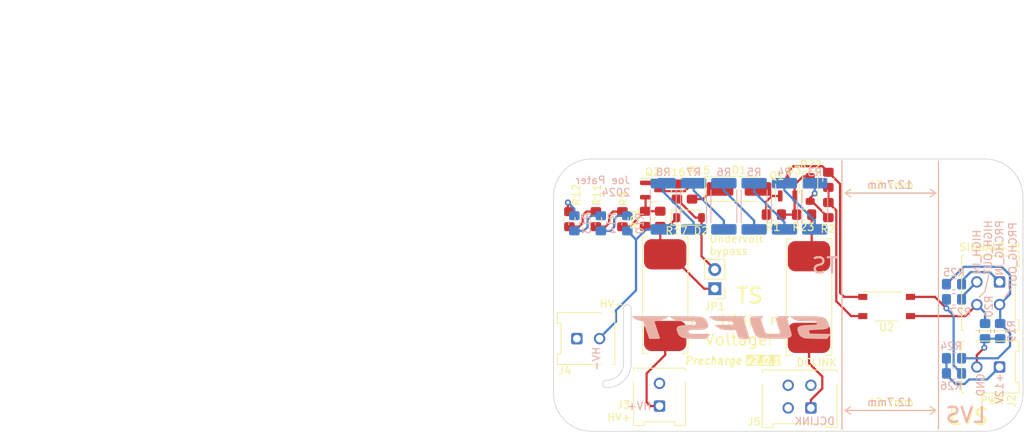
<source format=kicad_pcb>
(kicad_pcb (version 20221018) (generator pcbnew)
  (title_block (title "Precharge") (date "2024-03-21") (rev "v2.0.1") (company "SUFST - Southampton University Formula Student Team") (comment 1 "STAG X") (comment 2 "Joe Pater"))
  (layers (0 "F.Cu" signal) (31 "B.Cu" signal) (34 "B.Paste" user) (35 "F.Paste" user) (36 "B.SilkS" user "B.Silkscreen") (37 "F.SilkS" user "F.Silkscreen") (38 "B.Mask" user) (39 "F.Mask" user) (44 "Edge.Cuts" user))
  (net 0 "")
  (net 1 "Net-(D1-K)")
  (net 2 "Net-(D1-A)")
  (net 3 "Net-(D2-K)")
  (net 4 "Net-(D2-A)")
  (net 5 "Net-(D3-K)")
  (net 6 "Net-(D3-A)")
  (net 7 "/CLOSE_PRECHARGE_IN")
  (net 8 "/CLOSE_PRECHARGE_OUT")
  (net 9 "/CLOSE_HIGH_AIR_IN")
  (net 10 "/CLOSE_HIGH_AIR_OUT")
  (net 11 "+12V")
  (net 12 "GND")
  (net 15 "Net-(J4-Pin_2)")
  (net 19 "Net-(Q1-C)")
  (net 20 "Net-(Q2-B)")
  (net 21 "Net-(Q2-E)")
  (net 22 "Net-(Q2-C)")
  (net 23 "Net-(R2-Pad1)")
  (net 24 "Net-(R3-Pad2)")
  (net 25 "Net-(R4-Pad1)")
  (net 26 "Net-(R5-Pad2)")
  (net 27 "Net-(R6-Pad1)")
  (net 28 "Net-(R7-Pad2)")
  (net 29 "Net-(R11-Pad2)")
  (net 30 "Net-(R10-Pad2)")
  (net 31 "Net-(R11-Pad1)")
  (net 32 "Net-(R12-Pad2)")
  (net 33 "Net-(R13-Pad1)")
  (net 34 "Net-(R26-Pad1)")
  (net 35 "Net-(J3-Pin_1)")
  (net 36 "Net-(J5-Pin_1)")
  (net 37 "Net-(F2-Pad2)")
  (footprint "Connector_PinHeader_2.54mm:PinHeader_1x02_P2.54mm_Vertical" (layer "F.Cu") (at 111.8 89.4 180)
    (fp_text reference "JP1" (at 0 -2.33) (layer "F.SilkS"))
    (fp_text value "UNDERVOLT_BYPASS")
    (pad "1" thru_hole rect (at 0 0 180) (size 1.7 1.7) (drill 1) (layers "*.Cu" "*.Mask") (net 3 "Net-(D2-K)"))
    (pad "2" thru_hole oval (at 0 2.54 180) (size 1.7 1.7) (drill 1) (layers "*.Cu" "*.Mask") (net 4 "Net-(D2-A)"))
  )
  (footprint "Resistor_SMD:R_0805_2012Metric_Pad1.20x1.40mm_HandSolder" (layer "F.Cu") (at 119.6 79.6 180)
    (fp_text reference "R1" (at 0.1 -1.65) (layer "F.SilkS"))
    (fp_text value "270k")
    (pad "1" smd roundrect (at -1 0 180) (size 1.2 1.4) (layers "F.Cu" "F.Paste" "F.Mask") (roundrect_rratio 0.2083333333) (net 5 "Net-(D3-K)"))
    (pad "2" smd roundrect (at 1 0 180) (size 1.2 1.4) (layers "F.Cu" "F.Paste" "F.Mask") (roundrect_rratio 0.2083333333) (net 2 "Net-(D1-A)"))
  )
  (footprint "Diode_SMD:D_SOD-123" (layer "F.Cu") (at 108.4 80)
    (fp_text reference "D2" (at 1.6 1.75) (layer "F.SilkS"))
    (fp_text value "MMSZ5248B")
    (pad "1" smd roundrect (at -1.65 0) (size 0.9 1.2) (layers "F.Cu" "F.Paste" "F.Mask") (net 3 "Net-(D2-K)"))
    (pad "2" smd roundrect (at 1.65 0) (size 0.9 1.2) (layers "F.Cu" "F.Paste" "F.Mask") (net 4 "Net-(D2-A)"))
  )
  (footprint "Diode_SMD:D_SMA_Handsoldering" (layer "F.Cu") (at 115 76.2)
    (fp_text reference "D1" (at 0 -2.5) (layer "F.SilkS"))
    (fp_text value "M6")
    (pad "1" smd roundrect (at -2.5 0) (size 3.5 1.8) (layers "F.Cu" "F.Paste" "F.Mask") (roundrect_rratio 0.1388888889) (net 1 "Net-(D1-K)"))
    (pad "2" smd roundrect (at 2.5 0) (size 3.5 1.8) (layers "F.Cu" "F.Paste" "F.Mask") (roundrect_rratio 0.1388888889) (net 2 "Net-(D1-A)"))
  )
  (footprint "SUFST:Molex_Micro-Fit_3.0_43045-0412_2x02_P3.00mm_Vertical" (layer "F.Cu") (at 149.415 88.5 -90)
    (fp_text reference "J1" (at -4.5 -2.085 90) (layer "F.SilkS"))
    (fp_text value "SIGNALS")
    (pad "" np_thru_hole circle (at -3 3.94 270) (size 1 1) (drill 1) (layers "*.Cu" "*.Mask"))
    (pad "" np_thru_hole circle (at 6 3.94 270) (size 1 1) (drill 1) (layers "*.Cu" "*.Mask"))
    (pad "1" thru_hole roundrect (at 0 0 270) (size 1.5 1.5) (drill 1) (layers "*.Cu" "*.Mask") (roundrect_rratio 0.1666673333) (net 7 "/CLOSE_PRECHARGE_IN"))
    (pad "2" thru_hole circle (at 3 0 270) (size 1.5 1.5) (drill 1) (layers "*.Cu" "*.Mask") (net 8 "/CLOSE_PRECHARGE_OUT"))
    (pad "3" thru_hole circle (at 0 3 270) (size 1.5 1.5) (drill 1) (layers "*.Cu" "*.Mask") (net 9 "/CLOSE_HIGH_AIR_IN"))
    (pad "4" thru_hole circle (at 3 3 270) (size 1.5 1.5) (drill 1) (layers "*.Cu" "*.Mask") (net 10 "/CLOSE_HIGH_AIR_OUT"))
  )
  (footprint "MountingHole:MountingHole_4.3mm_M4" (layer "F.Cu") (at 147.5 77.25)
    (fp_text reference "H3" hide)
    (fp_text value "MountingHole")
    (pad "" np_thru_hole circle (at 0 0) (size 4.3 4.3) (drill 4.3) (layers "*.Cu" "*.Mask"))
  )
  (footprint "SUFST:Molex_Micro-Fit_3.0_43045-0412_2x02_P3.00mm_Vertical" (layer "F.Cu") (at 124.5 105.165 180)
    (fp_text reference "J5" (at 7.5 -1.835) (layer "F.SilkS"))
    (fp_text value "DCLINK")
    (pad "" np_thru_hole circle (at -3 3.94 180) (size 1 1) (drill 1) (layers "*.Cu" "*.Mask"))
    (pad "" np_thru_hole circle (at 6 3.94 180) (size 1 1) (drill 1) (layers "*.Cu" "*.Mask"))
    (pad "1" thru_hole roundrect (at 0 0 180) (size 1.5 1.5) (drill 1) (layers "*.Cu" "*.Mask") (roundrect_rratio 0.1666673333) (net 36 "Net-(J5-Pin_1)"))
    (pad "2" thru_hole circle (at 3 0 180) (size 1.5 1.5) (drill 1) (layers "*.Cu" "*.Mask"))
    (pad "3" thru_hole circle (at 0 3 180) (size 1.5 1.5) (drill 1) (layers "*.Cu" "*.Mask"))
    (pad "4" thru_hole circle (at 3 3 180) (size 1.5 1.5) (drill 1) (layers "*.Cu" "*.Mask"))
  )
  (footprint "Resistor_SMD:R_0805_2012Metric_Pad1.20x1.40mm_HandSolder" (layer "F.Cu") (at 96.1 80.2 -90)
    (fp_text reference "R11" (at -3.2 -0.15 90) (layer "F.SilkS"))
    (fp_text value "150k")
    (pad "1" smd roundrect (at -1 0 270) (size 1.2 1.4) (layers "F.Cu" "F.Paste" "F.Mask") (roundrect_rratio 0.2083333333) (net 31 "Net-(R11-Pad1)"))
    (pad "2" smd roundrect (at 1 0 270) (size 1.2 1.4) (layers "F.Cu" "F.Paste" "F.Mask") (roundrect_rratio 0.2083333333) (net 29 "Net-(R11-Pad2)"))
  )
  (footprint "Resistor_SMD:R_0805_2012Metric_Pad1.20x1.40mm_HandSolder" (layer "F.Cu") (at 126.8 79 -90)
    (fp_text reference "R2" (at 2.5 0.05 -180) (layer "F.SilkS"))
    (fp_text value "10k")
    (pad "1" smd roundrect (at -1 0 270) (size 1.2 1.4) (layers "F.Cu" "F.Paste" "F.Mask") (roundrect_rratio 0.2083333333) (net 23 "Net-(R2-Pad1)"))
    (pad "2" smd roundrect (at 1 0 270) (size 1.2 1.4) (layers "F.Cu" "F.Paste" "F.Mask") (roundrect_rratio 0.2083333333) (net 6 "Net-(D3-A)"))
  )
  (footprint "Resistor_SMD:R_0805_2012Metric_Pad1.20x1.40mm_HandSolder" (layer "F.Cu") (at 99.6 80.2 90)
    (fp_text reference "R9" (at 2.7 0.15 90) (layer "F.SilkS"))
    (fp_text value "150k")
    (pad "1" smd roundrect (at -1 0 90) (size 1.2 1.4) (layers "F.Cu" "F.Paste" "F.Mask") (roundrect_rratio 0.2083333333) (net 21 "Net-(Q2-E)"))
    (pad "2" smd roundrect (at 1 0 90) (size 1.2 1.4) (layers "F.Cu" "F.Paste" "F.Mask") (roundrect_rratio 0.2083333333) (net 29 "Net-(R11-Pad2)"))
  )
  (footprint "MountingHole:MountingHole_4.3mm_M4" (layer "F.Cu") (at 113 103.25)
    (fp_text reference "H2" hide)
    (fp_text value "MountingHole")
    (pad "" np_thru_hole circle (at 0 0) (size 4.3 4.3) (drill 4.3) (layers "*.Cu" "*.Mask"))
  )
  (footprint "SUFST:Littelfuse-0485" (layer "F.Cu") (at 124.25 90.5 90)
    (fp_text reference "F2" (at -3.25 -4.25 unlocked) (layer "F.SilkS"))
    (fp_text value "0485001.DR ")
    (pad "1" smd roundrect (at -5.4 0 90) (size 4 5.6) (layers "F.Cu" "F.Paste" "F.Mask") (net 36 "Net-(J5-Pin_1)"))
    (pad "2" smd roundrect (at 5.4 0 90) (size 4 5.6) (layers "F.Cu" "F.Paste" "F.Mask") (net 37 "Net-(F2-Pad2)"))
  )
  (footprint "Package_SO:MFSOP6-4_4.4x3.6mm_P1.27mm" (layer "F.Cu") (at 134.5 91.75)
    (fp_text reference "U2" (at 0 2.75) (layer "F.SilkS"))
    (fp_text value "TLP175A")
    (pad "1" smd rect (at -3.15 -1.27) (size 1.2 0.8) (layers "F.Cu" "F.Paste" "F.Mask") (net 19 "Net-(Q1-C)"))
    (pad "3" smd rect (at -3.15 1.27) (size 1.2 0.8) (layers "F.Cu" "F.Paste" "F.Mask") (net 23 "Net-(R2-Pad1)"))
    (pad "4" smd rect (at 3.15 1.27) (size 1.2 0.8) (layers "F.Cu" "F.Paste" "F.Mask") (net 10 "/CLOSE_HIGH_AIR_OUT"))
    (pad "6" smd rect (at 3.15 -1.27) (size 1.2 0.8) (layers "F.Cu" "F.Paste" "F.Mask") (net 34 "Net-(R26-Pad1)"))
  )
  (footprint "Resistor_SMD:R_0805_2012Metric_Pad1.20x1.40mm_HandSolder" (layer "F.Cu") (at 123.6 79.6 180)
    (fp_text reference "R23" (at 0.1 -1.65) (layer "F.SilkS"))
    (fp_text value "100")
    (pad "1" smd roundrect (at -1 0 180) (size 1.2 1.4) (layers "F.Cu" "F.Paste" "F.Mask") (roundrect_rratio 0.2083333333) (net 37 "Net-(F2-Pad2)"))
    (pad "2" smd roundrect (at 1 0 180) (size 1.2 1.4) (layers "F.Cu" "F.Paste" "F.Mask") (roundrect_rratio 0.2083333333) (net 5 "Net-(D3-K)"))
  )
  (footprint "SUFST:Molex_Micro-Fit_3.0_43045-0212_2x01_P3.00mm_Vertical" (layer "F.Cu") (at 104.5 104.915 180)
    (fp_text reference "J3" (at 4.75 0.165) (layer "F.SilkS"))
    (fp_text value "HV+")
    (pad "" np_thru_hole circle (at -3 3.94 180) (size 1 1) (drill 1) (layers "*.Cu" "*.Mask"))
    (pad "" np_thru_hole circle (at 3 3.94 180) (size 1 1) (drill 1) (layers "*.Cu" "*.Mask"))
    (pad "1" thru_hole roundrect (at 0 0 180) (size 1.5 1.5) (drill 1) (layers "*.Cu" "*.Mask") (roundrect_rratio 0.1666673333) (net 35 "Net-(J3-Pin_1)"))
    (pad "2" thru_hole circle (at 0 3 180) (size 1.5 1.5) (drill 1) (layers "*.Cu" "*.Mask"))
  )
  (footprint "Diode_SMD:D_SOD-123" (layer "F.Cu") (at 124.4 76.2 -90)
    (fp_text reference "D3" (at -2.45 2.15 -180) (layer "F.SilkS"))
    (fp_text value "MMSZ5248B")
    (pad "1" smd roundrect (at -1.65 0 270) (size 0.9 1.2) (layers "F.Cu" "F.Paste" "F.Mask") (net 5 "Net-(D3-K)"))
    (pad "2" smd roundrect (at 1.65 0 270) (size 0.9 1.2) (layers "F.Cu" "F.Paste" "F.Mask") (net 6 "Net-(D3-A)"))
  )
  (footprint "Package_TO_SOT_SMD:SOT-23" (layer "F.Cu") (at 103.6 76.35)
    (fp_text reference "Q2" (at 0 -2.4) (layer "F.SilkS"))
    (fp_text value "BC847")
    (pad "1" smd roundrect (at -0.9375 -0.95) (size 1.475 0.6) (layers "F.Cu" "F.Paste" "F.Mask") (net 20 "Net-(Q2-B)"))
    (pad "2" smd roundrect (at -0.9375 0.95) (size 1.475 0.6) (layers "F.Cu" "F.Paste" "F.Mask") (net 21 "Net-(Q2-E)"))
    (pad "3" smd roundrect (at 0.9375 0) (size 1.475 0.6) (layers "F.Cu" "F.Paste" "F.Mask") (net 22 "Net-(Q2-C)"))
  )
  (footprint "MountingHole:MountingHole_4.3mm_M4" (layer "F.Cu") (at 96.5 87.25)
    (fp_text reference "H1" hide)
    (fp_text value "MountingHole")
    (pad "" np_thru_hole circle (at 0 0) (size 4.3 4.3) (drill 4.3) (layers "*.Cu" "*.Mask"))
  )
  (footprint "Resistor_SMD:R_0805_2012Metric_Pad1.20x1.40mm_HandSolder" (layer "F.Cu") (at 126.8 75 -90)
    (fp_text reference "R22" (at -2 2.3) (layer "F.SilkS"))
    (fp_text value "10k")
    (pad "1" smd roundrect (at -1 0 270) (size 1.2 1.4) (layers "F.Cu" "F.Paste" "F.Mask") (roundrect_rratio 0.2083333333) (net 19 "Net-(Q1-C)"))
    (pad "2" smd roundrect (at 1 0 270) (size 1.2 1.4) (layers "F.Cu" "F.Paste" "F.Mask") (roundrect_rratio 0.2083333333) (net 23 "Net-(R2-Pad1)"))
  )
  (footprint "Resistor_SMD:R_0805_2012Metric_Pad1.20x1.40mm_HandSolder" (layer "F.Cu") (at 106.8 76.55 90)
    (fp_text reference "R16" (at 2.55 -0.3 180) (layer "F.SilkS"))
    (fp_text value "100k")
    (pad "1" smd roundrect (at -1 0 90) (size 1.2 1.4) (layers "F.Cu" "F.Paste" "F.Mask") (roundrect_rratio 0.2083333333) (net 4 "Net-(D2-A)"))
    (pad "2" smd roundrect (at 1 0 90) (size 1.2 1.4) (layers "F.Cu" "F.Paste" "F.Mask") (roundrect_rratio 0.2083333333) (net 20 "Net-(Q2-B)"))
  )
  (footprint "Resistor_SMD:R_0805_2012Metric_Pad1.20x1.40mm_HandSolder" (layer "F.Cu") (at 92.6 80.2 90)
    (fp_text reference "R12" (at 3.2 0.9 90) (layer "F.SilkS"))
    (fp_text value "150k")
    (pad "1" smd roundrect (at -1 0 90) (size 1.2 1.4) (layers "F.Cu" "F.Paste" "F.Mask") (roundrect_rratio 0.2083333333) (net 31 "Net-(R11-Pad1)"))
    (pad "2" smd roundrect (at 1 0 90) (size 1.2 1.4) (layers "F.Cu" "F.Paste" "F.Mask") (roundrect_rratio 0.2083333333) (net 32 "Net-(R12-Pad2)"))
  )
  (footprint "SUFST:Littelfuse-0485" (layer "F.Cu") (at 105.25 90.25 90)
    (fp_text reference "F1" (at -3.75 4.15 unlocked) (layer "F.SilkS"))
    (fp_text value "0485001.DR ")
    (pad "1" smd roundrect (at -5.4 0 90) (size 4 5.6) (layers "F.Cu" "F.Paste" "F.Mask") (net 35 "Net-(J3-Pin_1)"))
    (pad "2" smd roundrect (at 5.4 0 90) (size 4 5.6) (layers "F.Cu" "F.Paste" "F.Mask") (net 3 "Net-(D2-K)"))
  )
  (footprint "Resistor_SMD:R_0805_2012Metric_Pad1.20x1.40mm_HandSolder" (layer "F.Cu") (at 108.8 76.55 -90)
    (fp_text reference "R15" (at -2.8 -0.95 -180) (layer "F.SilkS"))
    (fp_text value "100k")
    (pad "1" smd roundrect (at -1 0 270) (size 1.2 1.4) (layers "F.Cu" "F.Paste" "F.Mask") (roundrect_rratio 0.2083333333) (net 22 "Net-(Q2-C)"))
    (pad "2" smd roundrect (at 1 0 270) (size 1.2 1.4) (layers "F.Cu" "F.Paste" "F.Mask") (roundrect_rratio 0.2083333333) (net 1 "Net-(D1-K)"))
  )
  (footprint "Resistor_SMD:R_0805_2012Metric_Pad1.20x1.40mm_HandSolder" (layer "F.Cu") (at 102.6 80.15 90)
    (fp_text reference "R21" (at 0 -1.35 90) (layer "F.SilkS"))
    (fp_text value "47k")
    (pad "1" smd roundrect (at -1 0 90) (size 1.2 1.4) (layers "F.Cu" "F.Paste" "F.Mask") (roundrect_rratio 0.2083333333) (net 3 "Net-(D2-K)"))
    (pad "2" smd roundrect (at 1 0 90) (size 1.2 1.4) (layers "F.Cu" "F.Paste" "F.Mask") (roundrect_rratio 0.2083333333) (net 21 "Net-(Q2-E)"))
  )
  (footprint "Package_TO_SOT_SMD:SOT-23" (layer "F.Cu") (at 121.4 76.2 90)
    (fp_text reference "Q1" (at 1.7 -1.4 180) (layer "F.SilkS"))
    (fp_text value "BC856")
    (pad "1" smd roundrect (at -0.9375 -0.95 90) (size 1.475 0.6) (layers "F.Cu" "F.Paste" "F.Mask") (net 2 "Net-(D1-A)"))
    (pad "2" smd roundrect (at -0.9375 0.95 90) (size 1.475 0.6) (layers "F.Cu" "F.Paste" "F.Mask") (net 5 "Net-(D3-K)"))
    (pad "3" smd roundrect (at 0.9375 0 90) (size 1.475 0.6) (layers "F.Cu" "F.Paste" "F.Mask") (net 19 "Net-(Q1-C)"))
  )
  (footprint "SUFST:Molex_Micro-Fit_3.0_43045-0212_2x01_P3.00mm_Vertical" (layer "F.Cu") (at 149.415 99.75 -90)
    (fp_text reference "J2" (at 4.5 -1.585 90) (layer "F.SilkS"))
    (fp_text value "PWR")
    (pad "" np_thru_hole circle (at -3 3.94 270) (size 1 1) (drill 1) (layers "*.Cu" "*.Mask"))
    (pad "" np_thru_hole circle (at 3 3.94 270) (size 1 1) (drill 1) (layers "*.Cu" "*.Mask"))
    (pad "1" thru_hole roundrect (at 0 0 270) (size 1.5 1.5) (drill 1) (layers "*.Cu" "*.Mask") (roundrect_rratio 0.1666673333) (net 11 "+12V"))
    (pad "2" thru_hole circle (at 0 3 270) (size 1.5 1.5) (drill 1) (layers "*.Cu" "*.Mask") (net 12 "GND"))
  )
  (footprint "SUFST:Molex_Micro-Fit_3.0_43045-0212_2x01_P3.00mm_Vertical" (layer "F.Cu") (at 93.585 96 90)
    (fp_text reference "J4" (at -4.25 -1.585 180) (layer "F.SilkS"))
    (fp_text value "HV-")
    (pad "" np_thru_hole circle (at -3 3.94 90) (size 1 1) (drill 1) (layers "*.Cu" "*.Mask"))
    (pad "" np_thru_hole circle (at 3 3.94 90) (size 1 1) (drill 1) (layers "*.Cu" "*.Mask"))
    (pad "1" thru_hole roundrect (at 0 0 90) (size 1.5 1.5) (drill 1) (layers "*.Cu" "*.Mask") (roundrect_rratio 0.1666673333))
    (pad "2" thru_hole circle (at 0 3 90) (size 1.5 1.5) (drill 1) (layers "*.Cu" "*.Mask") (net 15 "Net-(J4-Pin_2)"))
  )
  (footprint "Resistor_SMD:R_0805_2012Metric_Pad1.20x1.40mm_HandSolder" (layer "F.Cu") (at 104.6 80.15 90)
    (fp_text reference "R17" (at -1.6 2.15 180) (layer "F.SilkS"))
    (fp_text value "47k")
    (pad "1" smd roundrect (at -1 0 90) (size 1.2 1.4) (layers "F.Cu" "F.Paste" "F.Mask") (roundrect_rratio 0.2083333333) (net 3 "Net-(D2-K)"))
    (pad "2" smd roundrect (at 1 0 90) (size 1.2 1.4) (layers "F.Cu" "F.Paste" "F.Mask") (roundrect_rratio 0.2083333333) (net 21 "Net-(Q2-E)"))
  )
  (footprint "Resistor_SMD:R_0805_2012Metric_Pad1.20x1.40mm_HandSolder" (layer "B.Cu") (at 143.4 90.8)
    (fp_text reference "R27" (at 0.85 1.7) (layer "B.SilkS") (effects (justify mirror)))
    (fp_text value "0")
    (pad "1" smd roundrect (at -1 0) (size 1.2 1.4) (layers "B.Cu" "B.Paste" "B.Mask") (roundrect_rratio 0.2083333333) (net 34 "Net-(R26-Pad1)"))
    (pad "2" smd roundrect (at 1 0) (size 1.2 1.4) (layers "B.Cu" "B.Paste" "B.Mask") (roundrect_rratio 0.2083333333) (net 9 "/CLOSE_HIGH_AIR_IN"))
  )
  (footprint "Resistor_SMD:R_2512_6332Metric_Pad1.40x3.35mm_HandSolder" (layer "B.Cu") (at 125 78.5 -90)
    (fp_text reference "R3" (at -4.5 0 -180) (layer "B.SilkS") (effects (justify mirror)))
    (fp_text value "47k")
    (pad "1" smd roundrect (at -3.05 0 270) (size 1.4 3.35) (layers "B.Cu" "B.Paste" "B.Mask") (roundrect_rratio 0.1785707143) (net 6 "Net-(D3-A)"))
    (pad "2" smd roundrect (at 3.05 0 270) (size 1.4 3.35) (layers "B.Cu" "B.Paste" "B.Mask") (roundrect_rratio 0.1785707143) (net 24 "Net-(R3-Pad2)"))
  )
  (footprint "Resistor_SMD:R_2512_6332Metric_Pad1.40x3.35mm_HandSolder" (layer "B.Cu") (at 109 78.5 -90)
    (fp_text reference "R7" (at -4.5 0 -180) (layer "B.SilkS") (effects (justify mirror)))
    (fp_text value "47k")
    (pad "1" smd roundrect (at -3.05 0 270) (size 1.4 3.35) (layers "B.Cu" "B.Paste" "B.Mask") (roundrect_rratio 0.1785707143) (net 27 "Net-(R6-Pad1)"))
    (pad "2" smd roundrect (at 3.05 0 270) (size 1.4 3.35) (layers "B.Cu" "B.Paste" "B.Mask") (roundrect_rratio 0.1785707143) (net 28 "Net-(R7-Pad2)"))
  )
  (footprint "Resistor_SMD:R_2512_6332Metric_Pad1.40x3.35mm_HandSolder" (layer "B.Cu") (at 105 78.5 90)
    (fp_text reference "R8" (at 4.5 0 180) (layer "B.SilkS") (effects (justify mirror)))
    (fp_text value "47k")
    (pad "1" smd roundrect (at -3.05 0 90) (size 1.4 3.35) (layers "B.Cu" "B.Paste" "B.Mask") (roundrect_rratio 0.1785707143) (net 15 "Net-(J4-Pin_2)"))
    (pad "2" smd roundrect (at 3.05 0 90) (size 1.4 3.35) (layers "B.Cu" "B.Paste" "B.Mask") (roundrect_rratio 0.1785707143) (net 28 "Net-(R7-Pad2)"))
  )
  (footprint "Resistor_SMD:R_0805_2012Metric_Pad1.20x1.40mm_HandSolder" (layer "B.Cu") (at 100.25 80.75 90)
    (fp_text reference "R10" (at 0 1.65 90) (layer "B.SilkS") (effects (justify mirror)))
    (fp_text value "150k")
    (pad "1" smd roundrect (at -1 0 90) (size 1.2 1.4) (layers "B.Cu" "B.Paste" "B.Mask") (roundrect_rratio 0.2083333333) (net 15 "Net-(J4-Pin_2)"))
    (pad "2" smd roundrect (at 1 0 90) (size 1.2 1.4) (layers "B.Cu" "B.Paste" "B.Mask") (roundrect_rratio 0.2083333333) (net 30 "Net-(R10-Pad2)"))
  )
  (footprint "Resistor_SMD:R_2512_6332Metric_Pad1.40x3.35mm_HandSolder" (layer "B.Cu") (at 113 78.5 90)
    (fp_text reference "R6" (at 4.5 0 180) (layer "B.SilkS") (effects (justify mirror)))
    (fp_text value "47k")
    (pad "1" smd roundrect (at -3.05 0 90) (size 1.4 3.35) (layers "B.Cu" "B.Paste" "B.Mask") (roundrect_rratio 0.1785707143) (net 27 "Net-(R6-Pad1)"))
    (pad "2" smd roundrect (at 3.05 0 90) (size 1.4 3.35) (layers "B.Cu" "B.Paste" "B.Mask") (roundrect_rratio 0.1785707143) (net 26 "Net-(R5-Pad2)"))
  )
  (footprint "Resistor_SMD:R_0805_2012Metric_Pad1.20x1.40mm_HandSolder" (layer "B.Cu") (at 96.75 80.75 -90)
    (fp_text reference "R14" (at 0 -1.5 90) (layer "B.SilkS") (effects (justify mirror)))
    (fp_text value "150k")
    (pad "1" smd roundrect (at -1 0 270) (size 1.2 1.4) (layers "B.Cu" "B.Paste" "B.Mask") (roundrect_rratio 0.2083333333) (net 33 "Net-(R13-Pad1)"))
    (pad "2" smd roundrect (at 1 0 270) (size 1.2 1.4) (layers "B.Cu" "B.Paste" "B.Mask") (roundrect_rratio 0.2083333333) (net 30 "Net-(R10-Pad2)"))
  )
  (footprint "Resistor_SMD:R_0805_2012Metric_Pad1.20x1.40mm_HandSolder" (layer "B.Cu") (at 93.25 80.75 90)
    (fp_text reference "R13" (at 0 1.65 90) (layer "B.SilkS") (effects (justify mirror)))
    (fp_text value "150k")
    (pad "1" smd roundrect (at -1 0 90) (size 1.2 1.4) (layers "B.Cu" "B.Paste" "B.Mask") (roundrect_rratio 0.2083333333) (net 33 "Net-(R13-Pad1)"))
    (pad "2" smd roundrect (at 1 0 90) (size 1.2 1.4) (layers "B.Cu" "B.Paste" "B.Mask") (roundrect_rratio 0.2083333333) (net 32 "Net-(R12-Pad2)"))
  )
  (footprint "Resistor_SMD:R_0805_2012Metric_Pad1.20x1.40mm_HandSolder" (layer "B.Cu") (at 143.4 88.8)
    (fp_text reference "R25" (at 0 -1.55) (layer "B.SilkS") (effects (justify mirror)))
    (fp_text value "0")
    (pad "1" smd roundrect (at -1 0) (size 1.2 1.4) (layers "B.Cu" "B.Paste" "B.Mask") (roundrect_rratio 0.2083333333) (net 8 "/CLOSE_PRECHARGE_OUT"))
    (pad "2" smd roundrect (at 1 0) (size 1.2 1.4) (layers "B.Cu" "B.Paste" "B.Mask") (roundrect_rratio 0.2083333333) (net 7 "/CLOSE_PRECHARGE_IN"))
  )
  (footprint "Resistor_SMD:R_0805_2012Metric_Pad1.20x1.40mm_HandSolder" (layer "B.Cu") (at 147.5 95 -90)
    (fp_text reference "R20" (at -3.25 -0.5 90) (layer "B.SilkS") (effects (justify mirror)))
    (fp_text value "10k")
    (pad "1" smd roundrect (at -1 0 270) (size 1.2 1.4) (layers "B.Cu" "B.Paste" "B.Mask") (roundrect_rratio 0.2083333333) (net 10 "/CLOSE_HIGH_AIR_OUT"))
    (pad "2" smd roundrect (at 1 0 270) (size 1.2 1.4) (layers "B.Cu" "B.Paste" "B.Mask") (roundrect_rratio 0.2083333333) (net 12 "GND"))
  )
  (footprint "Resistor_SMD:R_2512_6332Metric_Pad1.40x3.35mm_HandSolder" (layer "B.Cu") (at 121 78.5 90)
    (fp_text reference "R4" (at 4.5 0 180) (layer "B.SilkS") (effects (justify mirror)))
    (fp_text value "47k")
    (pad "1" smd roundrect (at -3.05 0 90) (size 1.4 3.35) (layers "B.Cu" "B.Paste" "B.Mask") (roundrect_rratio 0.1785707143) (net 25 "Net-(R4-Pad1)"))
    (pad "2" smd roundrect (at 3.05 0 90) (size 1.4 3.35) (layers "B.Cu" "B.Paste" "B.Mask") (roundrect_rratio 0.1785707143) (net 24 "Net-(R3-Pad2)"))
  )
  (footprint "SUFST:sufst-text" (layer "B.Cu") (at 114 94.5 180)
    (fp_text reference "G***" hide)
    (fp_text value "LOGO" hide)
  )
  (footprint "Resistor_SMD:R_0805_2012Metric_Pad1.20x1.40mm_HandSolder" (layer "B.Cu") (at 143.4 98.6 180)
    (fp_text reference "R24" (at 0.4 1.6) (layer "B.SilkS") (effects (justify mirror)))
    (fp_text value "0")
    (pad "1" smd roundrect (at -1 0 180) (size 1.2 1.4) (layers "B.Cu" "B.Paste" "B.Mask") (roundrect_rratio 0.2083333333) (net 8 "/CLOSE_PRECHARGE_OUT"))
    (pad "2" smd roundrect (at 1 0 180) (size 1.2 1.4) (layers "B.Cu" "B.Paste" "B.Mask") (roundrect_rratio 0.2083333333) (net 11 "+12V"))
  )
  (footprint "Resistor_SMD:R_0805_2012Metric_Pad1.20x1.40mm_HandSolder" (layer "B.Cu") (at 143.4 100.6 180)
    (fp_text reference "R26" (at 0.4 -1.65) (layer "B.SilkS") (effects (justify mirror)))
    (fp_text value "0")
    (pad "1" smd roundrect (at -1 0 180) (size 1.2 1.4) (layers "B.Cu" "B.Paste" "B.Mask") (roundrect_rratio 0.2083333333) (net 34 "Net-(R26-Pad1)"))
    (pad "2" smd roundrect (at 1 0 180) (size 1.2 1.4) (layers "B.Cu" "B.Paste" "B.Mask") (roundrect_rratio 0.2083333333) (net 11 "+12V"))
  )
  (footprint "Resistor_SMD:R_2512_6332Metric_Pad1.40x3.35mm_HandSolder" (layer "B.Cu") (at 117 78.5 -90)
    (fp_text reference "R5" (at -4.5 0 -180) (layer "B.SilkS") (effects (justify mirror)))
    (fp_text value "47k")
    (pad "1" smd roundrect (at -3.05 0 270) (size 1.4 3.35) (layers "B.Cu" "B.Paste" "B.Mask") (roundrect_rratio 0.1785707143) (net 25 "Net-(R4-Pad1)"))
    (pad "2" smd roundrect (at 3.05 0 270) (size 1.4 3.35) (layers "B.Cu" "B.Paste" "B.Mask") (roundrect_rratio 0.1785707143) (net 26 "Net-(R5-Pad2)"))
  )
  (footprint "Resistor_SMD:R_0805_2012Metric_Pad1.20x1.40mm_HandSolder" (layer "B.Cu") (at 149.5 95 -90)
    (fp_text reference "R19" (at 0 -1.5 90) (layer "B.SilkS") (effects (justify mirror)))
    (fp_text value "10k")
    (pad "1" smd roundrect (at -1 0 270) (size 1.2 1.4) (layers "B.Cu" "B.Paste" "B.Mask") (roundrect_rratio 0.2083333333) (net 8 "/CLOSE_PRECHARGE_OUT"))
    (pad "2" smd roundrect (at 1 0 270) (size 1.2 1.4) (layers "B.Cu" "B.Paste" "B.Mask") (roundrect_rratio 0.2083333333) (net 12 "GND"))
  )
  (gr_line (start 140.25 76.25) (end 141 76.75) (stroke (width 0.15)) (layer "B.SilkS"))
  (gr_line (start 129.75 105) (end 129 105.5) (stroke (width 0.15)) (layer "B.SilkS"))
  (gr_line (start 151 89.25) (end 150 90.75) (stroke (width 0.15)) (layer "B.SilkS"))
  (gr_line (start 129.75 76.25) (end 129 76.75) (stroke (width 0.15)) (layer "B.SilkS"))
  (gr_line (start 129 76.75) (end 141 76.75) (stroke (width 0.15)) (layer "B.SilkS"))
  (gr_line (start 148 87.5) (end 147.5 89.75) (stroke (width 0.15)) (layer "B.SilkS"))
  (gr_line (start 129 105.5) (end 129.75 106) (stroke (width 0.15)) (layer "B.SilkS"))
  (gr_line (start 128.6 108) (end 128.6 72.5) (stroke (width 0.15)) (layer "B.SilkS"))
  (gr_line (start 129 105.5) (end 141 105.5) (stroke (width 0.15)) (layer "B.SilkS"))
  (gr_line (start 147.5 89.75) (end 146.75 90.5) (stroke (width 0.15)) (layer "B.SilkS"))
  (gr_line (start 141 76.75) (end 140.25 77.25) (stroke (width 0.15)) (layer "B.SilkS"))
  (gr_line (start 140.25 105) (end 141 105.5) (stroke (width 0.15)) (layer "B.SilkS"))
  (gr_line (start 141 105.5) (end 140.25 106) (stroke (width 0.15)) (layer "B.SilkS"))
  (gr_line (start 129 76.75) (end 129.75 77.25) (stroke (width 0.15)) (layer "B.SilkS"))
  (gr_line (start 141.35 108) (end 141.35 72.5) (stroke (width 0.15)) (layer "B.SilkS"))
  (gr_line (start 141.35 72.5) (end 141.35 108) (stroke (width 0.15)) (layer "F.SilkS"))
  (gr_line (start 129.75 106) (end 129 105.5) (stroke (width 0.15)) (layer "F.SilkS"))
  (gr_line (start 128.6 72.5) (end 128.6 108) (stroke (width 0.15)) (layer "F.SilkS"))
  (gr_line (start 129 105.5) (end 141 105.5) (stroke (width 0.15)) (layer "F.SilkS"))
  (gr_line (start 141 105.5) (end 140.25 105) (stroke (width 0.15)) (layer "F.SilkS"))
  (gr_line (start 140.25 106) (end 141 105.5) (stroke (width 0.15)) (layer "F.SilkS"))
  (gr_line (start 140.25 77.25) (end 141 76.75) (stroke (width 0.15)) (layer "F.SilkS"))
  (gr_line (start 129 76.75) (end 129.75 76.25) (stroke (width 0.15)) (layer "F.SilkS"))
  (gr_line (start 129 76.75) (end 141 76.75) (stroke (width 0.15)) (layer "F.SilkS"))
  (gr_line (start 129 105.5) (end 129.75 105) (stroke (width 0.15)) (layer "F.SilkS"))
  (gr_line (start 129.75 77.25) (end 129 76.75) (stroke (width 0.15)) (layer "F.SilkS"))
  (gr_line (start 141 76.75) (end 140.25 76.25) (stroke (width 0.15)) (layer "F.SilkS"))
  (gr_arc (start 99.75 92) (mid 100.25 91.5) (end 100.75 92) (stroke (width 0.1)) (layer "Edge.Cuts"))
  (gr_line (start 99.75 92) (end 99.75 99.25) (stroke (width 0.1)) (layer "Edge.Cuts"))
  (gr_arc (start 99.75 99.25) (mid 99.09099 100.84099) (end 97.5 101.5) (stroke (width 0.1)) (layer "Edge.Cuts"))
  (gr_arc (start 100.75 99.25) (mid 99.798097 101.548097) (end 97.5 102.5) (stroke (width 0.1)) (layer "Edge.Cuts"))
  (gr_arc (start 90.5 77.25) (mid 91.964467 73.714467) (end 95.5 72.25) (stroke (width 0.1)) (layer "Edge.Cuts"))
  (gr_arc (start 152.5 103.25) (mid 151.035544 106.785544) (end 147.5 108.25) (stroke (width 0.1)) (layer "Edge.Cuts"))
  (gr_line (start 95.5 108.25) (end 147.5 108.25) (stroke (width 0.1)) (layer "Edge.Cuts"))
  (gr_arc (start 97.5 102.5) (mid 97 102) (end 97.5 101.5) (stroke (width 0.1)) (layer "Edge.Cuts"))
  (gr_line (start 90.5 77.25) (end 90.5 103.25) (stroke (width 0.1)) (layer "Edge.Cuts"))
  (gr_arc (start 147.5 72.25) (mid 151.035568 73.714452) (end 152.5 77.25) (stroke (width 0.1)) (layer "Edge.Cuts"))
  (gr_line (start 100.75 99.25) (end 100.75 92) (stroke (width 0.1)) (layer "Edge.Cuts"))
  (gr_line (start 152.5 103.25) (end 152.5 77.25) (stroke (width 0.1)) (layer "Edge.Cuts"))
  (gr_line (start 147.5 72.25) (end 95.5 72.25) (stroke (width 0.1)) (layer "Edge.Cuts"))
  (gr_arc (start 95.5 108.25) (mid 91.9645 106.78552) (end 90.5 103.25) (stroke (width 0.1)) (layer "Edge.Cuts"))
  (gr_text "PRCHG_IN" (at 150 80.25 90) (layer "B.SilkS") (effects (font (size 1 1)) (justify left bottom mirror)))
  (gr_text "+12V" (at 150 100.5 90) (layer "B.SilkS") (effects (font (size 1 1)) (justify left bottom mirror)))
  (gr_text "PRCHG_OUT" (at 151.75 80.5 90) (layer "B.SilkS") (effects (font (size 1 1)) (justify left bottom mirror)))
  (gr_text "TS" (at 128.25 87.5) (layer "B.SilkS") (effects (font (size 2 2) (thickness 0.3)) (justify left bottom mirror)))
  (gr_text "HIGH_OUT" (at 148.5 80.25 90) (layer "B.SilkS") (effects (font (size 1 1)) (justify left bottom mirror)))
  (gr_text "HV+" (at 103.5 105.5) (layer "B.SilkS") (effects (font (size 1 1)) (justify left bottom mirror)))
  (gr_text "DCLINK" (at 127.75 107.5) (layer "B.SilkS") (effects (font (size 1 1)) (justify left bottom mirror)))
  (gr_text "HIGH_IN" (at 147 81.5 90) (layer "B.SilkS") (effects (font (size 1 1)) (justify left bottom mirror)))
  (gr_text "GND" (at 147.5 100.5 90) (layer "B.SilkS") (effects (font (size 1 1)) (justify left bottom mirror)))
  (gr_text "12.7mm" (at 138 105) (layer "B.SilkS") (effects (font (size 1 1)) (justify left bottom mirror)))
  (gr_text "12.7mm" (at 138 76.25) (layer "B.SilkS") (effects (font (size 1 1)) (justify left bottom mirror)))
  (gr_text "LVS" (at 147.75 107.25) (layer "B.SilkS") (effects (font (size 2 2) (thickness 0.3)) (justify left bottom mirror)))
  (gr_text "Joe Pater\n2024" (at 100.75 77.25) (layer "B.SilkS") (effects (font (size 1 1)) (justify left bottom mirror)))
  (gr_text "HV-" (at 96.75 97 90) (layer "B.SilkS") (effects (font (size 1 1)) (justify left bottom mirror)))
  (gr_text "PWR" (at 146.75 104.75) (layer "F.SilkS") (effects (font (size 1 1)) (justify left bottom)))
  (gr_text "Precharge" (at 107.75 99.5) (layer "F.SilkS") (effects (font (size 1 1) (thickness 0.2) bold italic) (justify left bottom)))
  (gr_text "LVS" (at 142.5 107.5) (layer "F.SilkS") (effects (font (size 2 2) (thickness 0.3)) (justify left bottom)))
  (gr_text "HV-" (at 96.5 92) (layer "F.SilkS") (effects (font (size 1 1)) (justify left bottom)))
  (gr_text "12.7mm" (at 132 76.25) (layer "F.SilkS") (effects (font (size 1 1)) (justify left bottom)))
  (gr_text "12.7mm" (at 132 105) (layer "F.SilkS") (effects (font (size 1 1)) (justify left bottom)))
  (gr_text "DCLINK" (at 122.5 99.75) (layer "F.SilkS") (effects (font (size 1 1)) (justify left bottom)))
  (gr_text "SIGNALS" (at 144 84.5) (layer "F.SilkS") (effects (font (size 1 1)) (justify left bottom)))
  (gr_text "Undervolt\nbypass" (at 111 85) (layer "F.SilkS") (effects (font (size 1 1)) (justify left bottom)))
  (gr_text "TS" (at 114.5 91.5) (layer "F.SilkS") (effects (font (size 2 2) (thickness 0.3)) (justify left bottom)))
  (gr_text "High\nVoltage!" (at 115 97) (layer "F.SilkS") (effects (font (size 1.5 1.5) (thickness 0.2)) (justify bottom)))
  (gr_text "v2.0.1" (at 115.75 99.5) (layer "F.SilkS" knockout) (effects (font (size 1 1) (thickness 0.2) bold italic) (justify left bottom)))
  (gr_text "HV+" (at 97.5 107) (layer "F.SilkS") (effects (font (size 1 1)) (justify left bottom)))
  (segment (start 108.8 77.55) (end 110.25 77.55) (width 0.3) (layer "F.Cu") (net 1))
  (segment (start 110.25 77.55) (end 111.6 76.2) (width 0.3) (layer "F.Cu") (net 1))
  (segment (start 111.6 76.2) (end 112.5 76.2) (width 0.3) (layer "F.Cu") (net 1))
  (segment (start 118.6 79.6) (end 118.6 77.875) (width 0.3) (layer "F.Cu") (net 2))
  (segment (start 118.4 76.2) (end 117.5 76.2) (width 0.3) (layer "F.Cu") (net 2))
  (segment (start 119.3375 77.1375) (end 118.4 76.2) (width 0.3) (layer "F.Cu") (net 2))
  (segment (start 120.45 77.1375) (end 119.3375 77.1375) (width 0.3) (layer "F.Cu") (net 2))
  (segment (start 118.6 77.875) (end 119.3375 77.1375) (width 0.3) (layer "F.Cu") (net 2))
  (segment (start 105.65 81.15) (end 104.6 81.15) (width 0.3) (layer "F.Cu") (net 3))
  (segment (start 105.85 84.85) (end 105.25 84.85) (width 0.3) (layer "F.Cu") (net 3))
  (segment (start 104.6 84.2) (end 105.25 84.85) (width 0.3) (layer "F.Cu") (net 3))
  (segment (start 111.8 89.4) (end 110.4 89.4) (width 0.3) (layer "F.Cu") (net 3))
  (segment (start 102.6 81.15) (end 104.6 81.15) (width 0.3) (layer "F.Cu") (net 3))
  (segment (start 104.6 81.15) (end 104.6 84.2) (width 0.3) (layer "F.Cu") (net 3))
  (segment (start 106.75 80.05) (end 105.65 81.15) (width 0.3) (layer "F.Cu") (net 3))
  (segment (start 110.4 89.4) (end 105.85 84.85) (width 0.3) (layer "F.Cu") (net 3))
  (segment (start 106.75 80) (end 106.75 80.05) (width 0.3) (layer "F.Cu") (net 3))
  (segment (start 110.05 85.11) (end 111.8 86.86) (width 0.3) (layer "F.Cu") (net 4))
  (segment (start 109.25 80) (end 110.05 80) (width 0.3) (layer "F.Cu") (net 4))
  (segment (start 110.05 80) (end 110.05 85.11) (width 0.3) (layer "F.Cu") (net 4))
  (segment (start 106.8 77.55) (end 109.25 80) (width 0.3) (layer "F.Cu") (net 4))
  (segment (start 124.4 74.55) (end 123.45 74.55) (width 0.3) (layer "F.Cu") (net 5))
  (segment (start 122.35 79.35) (end 122.6 79.6) (width 0.3) (layer "F.Cu") (net 5))
  (segment (start 123.45 74.55) (end 122.35 75.65) (width 0.3) (layer "F.Cu") (net 5))
  (segment (start 120.6 79.6) (end 122.6 79.6) (width 0.3) (layer "F.Cu") (net 5))
  (segment (start 122.35 75.65) (end 122.35 77.1375) (width 0.3) (layer "F.Cu") (net 5))
  (segment (start 122.35 77.1375) (end 122.35 79.35) (width 0.3) (layer "F.Cu") (net 5))
  (segment (start 124.4 77.4) (end 125 76.8) (width 0.3) (layer "F.Cu") (net 6))
  (segment (start 124.4 77.85) (end 124.4 77.4) (width 0.3) (layer "F.Cu") (net 6))
  (segment (start 124.65 77.85) (end 126.8 80) (width 0.3) (layer "F.Cu") (net 6))
  (segment (start 124.4 77.85) (end 124.65 77.85) (width 0.3) (layer "F.Cu") (net 6))
  (via (at 125 76.8) (size 0.8) (drill 0.4) (layers "F.Cu" "B.Cu") (net 6))
  (segment (start 125 76.8) (end 125 75.45) (width 0.3) (layer "B.Cu") (net 6))
  (segment (start 144.4 88.8) (end 144.4 88.4) (width 0.3) (layer "B.Cu") (net 7))
  (segment (start 145.6 87.2) (end 148.115 87.2) (width 0.3) (layer "B.Cu") (net 7))
  (segment (start 148.115 87.2) (end 149.415 88.5) (width 0.3) (layer "B.Cu") (net 7))
  (segment (start 144.4 88.4) (end 145.6 87.2) (width 0.3) (layer "B.Cu") (net 7))
  (segment (start 150.8 87.6) (end 150.8 90.115) (width 0.3) (layer "B.Cu") (net 8))
  (segment (start 142.4 88.8) (end 144.7 86.5) (width 0.3) (layer "B.Cu") (net 8))
  (segment (start 149.5 94) (end 149.5 91.585) (width 0.3) (layer "B.Cu") (net 8))
  (segment (start 150.8 90.115) (end 149.415 91.5) (width 0.3) (layer "B.Cu") (net 8))
  (segment (start 149.7 86.5) (end 150.8 87.6) (width 0.3) (layer "B.Cu") (net 8))
  (segment (start 144.7 86.5) (end 149.7 86.5) (width 0.3) (layer "B.Cu") (net 8))
  (segment (start 149.5 91.585) (end 149.415 91.5) (width 0.3) (layer "B.Cu") (net 8))
  (segment (start 150.8 95.3) (end 149.5 94) (width 0.3) (layer "B.Cu") (net 8))
  (segment (start 144.4 98.6) (end 149.2 98.6) (width 0.3) (layer "B.Cu") (net 8))
  (segment (start 149.2 98.6) (end 150.8 97) (width 0.3) (layer "B.Cu") (net 8))
  (segment (start 150.8 97) (end 150.8 95.3) (width 0.3) (layer "B.Cu") (net 8))
  (segment (start 144.4 90.8) (end 144.4 90.515) (width 0.3) (layer "B.Cu") (net 9))
  (segment (start 144.4 90.515) (end 146.415 88.5) (width 0.3) (layer "B.Cu") (net 9))
  (segment (start 144.895 93.02) (end 146.415 91.5) (width 0.3) (layer "F.Cu") (net 10))
  (segment (start 137.65 93.02) (end 144.895 93.02) (width 0.3) (layer "F.Cu") (net 10))
  (segment (start 147.5 94) (end 147.5 92.585) (width 0.3) (layer "B.Cu") (net 10))
  (segment (start 147.5 92.585) (end 146.415 91.5) (width 0.3) (layer "B.Cu") (net 10))
  (segment (start 145.4 101.4) (end 147.765 101.4) (width 0.3) (layer "B.Cu") (net 11))
  (segment (start 144.8 102) (end 145.4 101.4) (width 0.3) (layer "B.Cu") (net 11))
  (segment (start 142.4 98.6) (end 142.4 100.6) (width 0.3) (layer "B.Cu") (net 11))
  (segment (start 142.4 100.8) (end 143.6 102) (width 0.3) (layer "B.Cu") (net 11))
  (segment (start 143.6 102) (end 144.8 102) (width 0.3) (layer "B.Cu") (net 11))
  (segment (start 147.765 101.4) (end 149.415 99.75) (width 0.3) (layer "B.Cu") (net 11))
  (segment (start 142.4 100.6) (end 142.4 100.8) (width 0.3) (layer "B.Cu") (net 11))
  (segment (start 146.415 98.185) (end 147.4 97.2) (width 0.3) (layer "F.Cu") (net 12))
  (segment (start 146.415 99.75) (end 146.415 98.185) (width 0.3) (layer "F.Cu") (net 12))
  (via (at 147.4 97.2) (size 0.8) (drill 0.4) (layers "F.Cu" "B.Cu") (net 12))
  (segment (start 147.4 97.2) (end 147.4 96.1) (width 0.3) (layer "B.Cu") (net 12))
  (segment (start 149.5 96) (end 147.5 96) (width 0.3) (layer "B.Cu") (net 12))
  (segment (start 147.4 96.1) (end 147.5 96) (width 0.3) (layer "B.Cu") (net 12))
  (segment (start 98.75 92.25) (end 101.4 89.6) (width 0.3) (layer "B.Cu") (net 15))
  (segment (start 102.75 81.55) (end 105 81.55) (width 0.3) (layer "B.Cu") (net 15))
  (segment (start 101.4 82.9) (end 100.25 81.75) (width 0.3) (layer "B.Cu") (net 15))
  (segment (start 98.75 93.75) (end 98.75 92.25) (width 0.3) (layer "B.Cu") (net 15))
  (segment (start 101.4 89.6) (end 101.4 82.9) (width 0.3) (layer "B.Cu") (net 15))
  (segment (start 96.585 95.915) (end 98.75 93.75) (width 0.3) (layer "B.Cu") (net 15))
  (segment (start 101.4 82.9) (end 102.75 81.55) (width 0.3) (layer "B.Cu") (net 15))
  (segment (start 96.585 96) (end 96.585 95.915) (width 0.3) (layer "B.Cu") (net 15))
  (segment (start 126.8 74) (end 128.35 75.55) (width 0.3) (layer "F.Cu") (net 19))
  (segment (start 128.35 89.95) (end 128.88 90.48) (width 0.3) (layer "F.Cu") (net 19))
  (segment (start 128.35 75.55) (end 128.35 89.95) (width 0.3) (layer "F.Cu") (net 19))
  (segment (start 121.4 75.2625) (end 121.4 74) (width 0.3) (layer "F.Cu") (net 19))
  (segment (start 121.4 74) (end 122.2 73.2) (width 0.3) (layer "F.Cu") (net 19))
  (segment (start 126 73.2) (end 126.8 74) (width 0.3) (layer "F.Cu") (net 19))
  (segment (start 122.2 73.2) (end 126 73.2) (width 0.3) (layer "F.Cu") (net 19))
  (segment (start 128.88 90.48) (end 131.35 90.48) (width 0.3) (layer "F.Cu") (net 19))
  (segment (start 102.8125 75.55) (end 102.6625 75.4) (width 0.3) (layer "F.Cu") (net 20))
  (segment (start 106.8 75.55) (end 102.8125 75.55) (width 0.3) (layer "F.Cu") (net 20))
  (segment (start 100.55 81.2) (end 102.6 79.15) (width 0.3) (layer "F.Cu") (net 21))
  (segment (start 102.6625 77.3) (end 102.6625 79.0875) (width 0.3) (layer "F.Cu") (net 21))
  (segment (start 102.6625 79.0875) (end 102.6 79.15) (width 0.3) (layer "F.Cu") (net 21))
  (segment (start 99.6 81.2) (end 100.55 81.2) (width 0.3) (layer "F.Cu") (net 21))
  (segment (start 104.6 79.15) (end 102.6 79.15) (width 0.3) (layer "F.Cu") (net 21))
  (segment (start 104.5375 76.35) (end 104.6875 76.5) (width 0.3) (layer "F.Cu") (net 22))
  (segment (start 107.85 76.5) (end 108.8 75.55) (width 0.3) (layer "F.Cu") (net 22))
  (segment (start 104.6875 76.5) (end 107.85 76.5) (width 0.3) (layer "F.Cu") (net 22))
  (segment (start 126.8 78) (end 126.8 76) (width 0.3) (layer "F.Cu") (net 23))
  (segment (start 127.85 79.05) (end 127.85 91.05) (width 0.3) (layer "F.Cu") (net 23))
  (segment (start 127.85 91.05) (end 129.82 93.02) (width 0.3) (layer "F.Cu") (net 23))
  (segment (start 126.8 78) (end 127.85 79.05) (width 0.3) (layer "F.Cu") (net 23))
  (segment (start 129.82 93.02) (end 131.35 93.02) (width 0.3) (layer "F.Cu") (net 23))
  (segment (start 125 80.4) (end 125 81.55) (width 0.3) (layer "B.Cu") (net 24))
  (segment (start 121 76.4) (end 125 80.4) (width 0.3) (layer "B.Cu") (net 24))
  (segment (start 121 75.45) (end 121 76.4) (width 0.3) (layer "B.Cu") (net 24))
  (segment (start 121 80.6) (end 117 76.6) (width 0.3) (layer "B.Cu") (net 25))
  (segment (start 117 76.6) (end 117 75.45) (width 0.3) (layer "B.Cu") (net 25))
  (segment (start 121 81.55) (end 121 80.6) (width 0.3) (layer "B.Cu") (net 25))
  (segment (start 113 76.4) (end 113 75.45) (width 0.3) (layer "B.Cu") (net 26))
  (segment (start 117 80.4) (end 113 76.4) (width 0.3) (layer "B.Cu") (net 26))
  (segment (start 117 81.55) (end 117 80.4) (width 0.3) (layer "B.Cu") (net 26))
  (segment (start 113 80.4) (end 109 76.4) (width 0.3) (layer "B.Cu") (net 27))
  (segment (start 113 81.55) (end 113 80.4) (width 0.3) (layer "B.Cu") (net 27))
  (segment (start 109 76.4) (end 109 75.45) (width 0.3) (layer "B.Cu") (net 27))
  (segment (start 105 76.6) (end 105 75.45) (width 0.3) (layer "B.Cu") (net 28))
  (segment (start 109 81.55) (end 109 80.6) (width 0.3) (layer "B.Cu") (net 28))
  (segment (start 109 80.6) (end 105 76.6) (width 0.3) (layer "B.Cu") (net 28))
  (segment (start 96.1 81.2) (end 97.35 81.2) (width 0.3) (layer "F.Cu") (net 29))
  (segment (start 97.85 80.7) (end 97.85 79.7) (width 0.3) (layer "F.Cu") (net 29))
  (segment (start 97.85 79.7) (end 98.35 79.2) (width 0.3) (layer "F.Cu") (net 29))
  (segment (start 98.35 79.2) (end 99.6 79.2) (width 0.3) (layer "F.Cu") (net 29))
  (segment (start 97.35 81.2) (end 97.85 80.7) (width 0.3) (layer "F.Cu") (net 29))
  (segment (start 100.25 79.75) (end 99 79.75) (width 0.3) (layer "B.Cu") (net 30))
  (segment (start 98.5 80.25) (end 98.5 81.25) (width 0.3) (layer "B.Cu") (net 30))
  (segment (start 98 81.75) (end 96.75 81.75) (width 0.3) (layer "B.Cu") (net 30))
  (segment (start 98.5 81.25) (end 98 81.75) (width 0.3) (layer "B.Cu") (net 30))
  (segment (start 99 79.75) (end 98.5 80.25) (width 0.3) (layer "B.Cu") (net 30))
  (segment (start 94.85 79.2) (end 96.1 79.2) (width 0.3) (layer "F.Cu") (net 31))
  (segment (start 92.6 81.2) (end 93.85 81.2) (width 0.3) (layer "F.Cu") (net 31))
  (segment (start 94.35 79.7) (end 94.85 79.2) (width 0.3) (layer "F.Cu") (net 31))
  (segment (start 94.35 80.7) (end 94.35 79.7) (width 0.3) (layer "F.Cu") (net 31))
  (segment (start 93.85 81.2) (end 94.35 80.7) (width 0.3) (layer "F.Cu") (net 31))
  (segment (start 92.4 78) (end 92.4 79) (width 0.3) (layer "F.Cu") (net 32))
  (segment (start 92.4 79) (end 92.6 79.2) (width 0.3) (layer "F.Cu") (net 32))
  (via (at 92.4 78) (size 0.8) (drill 0.4) (layers "F.Cu" "B.Cu") (net 32))
  (segment (start 93.25 79.75) (end 93.25 78.85) (width 0.3) (layer "B.Cu") (net 32))
  (segment (start 93.25 78.85) (end 92.4 78) (width 0.3) (layer "B.Cu") (net 32))
  (segment (start 94.5 81.75) (end 95 81.25) (width 0.3) (layer "B.Cu") (net 33))
  (segment (start 95.5 79.75) (end 96.75 79.75) (width 0.3) (layer "B.Cu") (net 33))
  (segment (start 95 80.25) (end 95.5 79.75) (width 0.3) (layer "B.Cu") (net 33))
  (segment (start 95 81.25) (end 95 80.25) (width 0.3) (layer "B.Cu") (net 33))
  (segment (start 93.25 81.75) (end 94.5 81.75) (width 0.3) (layer "B.Cu") (net 33))
  (segment (start 137.65 90.48) (end 140.88 90.48) (width 0.3) (layer "F.Cu") (net 34))
  (segment (start 140.88 90.48) (end 142.4 92) (width 0.3) (layer "F.Cu") (net 34))
  (via (at 142.4 92) (size 0.8) (drill 0.4) (layers "F.Cu" "B.Cu") (net 34))
  (segment (start 143.35 99.55) (end 143.35 92.95) (width 0.3) (layer "B.Cu") (net 34))
  (segment (start 144.4 100.6) (end 143.35 99.55) (width 0.3) (layer "B.Cu") (net 34))
  (segment (start 143.35 92.95) (end 142.4 92) (width 0.3) (layer "B.Cu") (net 34))
  (segment (start 142.4 92) (end 142.4 90.8) (width 0.3) (layer "B.Cu") (net 34))
  (segment (start 102.8 104.4) (end 103.315 104.915) (width 0.3) (layer "F.Cu") (net 35))
  (segment (start 105.25 95.65) (end 105.25 98.15) (width 0.3) (layer "F.Cu") (net 35))
  (segment (start 105.25 98.15) (end 102.8 100.6) (width 0.3) (layer "F.Cu") (net 35))
  (segment (start 102.8 100.6) (end 102.8 104.4) (width 0.3) (layer "F.Cu") (net 35))
  (segment (start 103.315 104.915) (end 104.5 104.915) (width 0.3) (layer "F.Cu") (net 35))
  (segment (start 124.25 95.9) (end 124.25 99.25) (width 0.3) (layer "F.Cu") (net 36))
  (segment (start 124.5 104.1) (end 124.5 105.165) (width 0.3) (layer "F.Cu") (net 36))
  (segment (start 124.25 99.25) (end 126 101) (width 0.3) (layer "F.Cu") (net 36))
  (segment (start 126 101) (end 126 102.6) (width 0.3) (layer "F.Cu") (net 36))
  (segment (start 126 102.6) (end 124.5 104.1) (width 0.3) (layer "F.Cu") (net 36))
  (segment (start 124.6 79.6) (end 124.6 84.75) (width 0.3) (layer "F.Cu") (net 37))
  (segment (start 124.6 84.75) (end 124.25 85.1) (width 0.3) (layer "F.Cu") (net 37))
)
</source>
